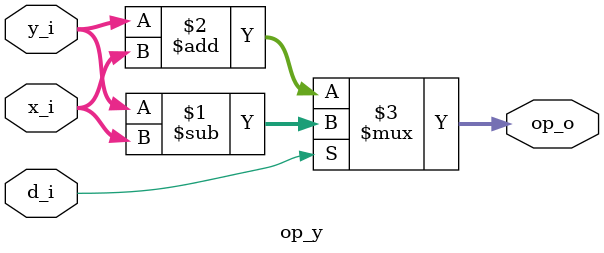
<source format=v>
module op_y #(
  parameter n = 32
) (
  input  signed [n-1:0] y_i,
  input  signed [n-1:0] x_i,
  input                 d_i,
  output signed [n-1:0] op_o
);

  // d_i = 1 -> Z es negativo
  // d_i = 0 -> Z es positivo
  assign op_o = d_i ? y_i - x_i : y_i + x_i ;
  
endmodule
</source>
